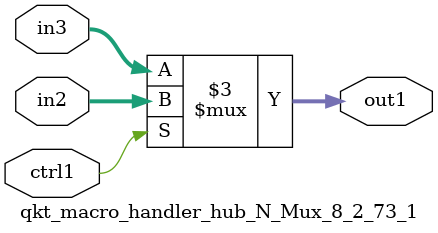
<source format=v>

`timescale 1ps / 1ps


module qkt_macro_handler_hub_N_Mux_8_2_73_1( in3, in2, ctrl1, out1 );

    input [7:0] in3;
    input [7:0] in2;
    input ctrl1;
    output [7:0] out1;
    reg [7:0] out1;

    
    // rtl_process:qkt_macro_handler_hub_N_Mux_8_2_73_1/qkt_macro_handler_hub_N_Mux_8_2_73_1_thread_1
    always @*
      begin : qkt_macro_handler_hub_N_Mux_8_2_73_1_thread_1
        case (ctrl1) 
          1'b1: 
            begin
              out1 = in2;
            end
          default: 
            begin
              out1 = in3;
            end
        endcase
      end

endmodule


</source>
